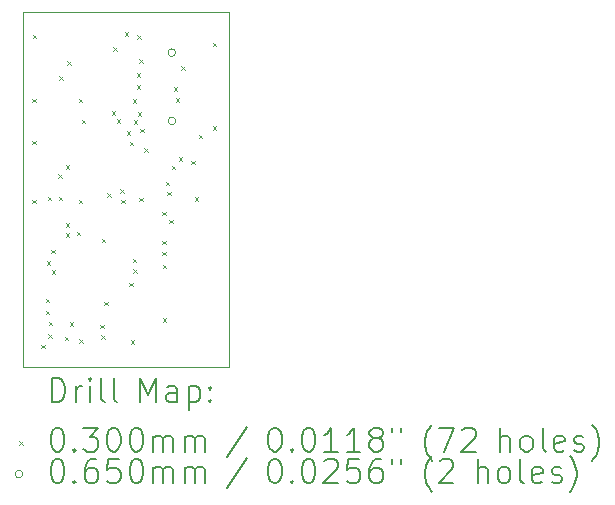
<source format=gbr>
%TF.GenerationSoftware,KiCad,Pcbnew,(7.0.0)*%
%TF.CreationDate,2023-02-27T05:24:17-06:00*%
%TF.ProjectId,esp32-c3-vesc-express-gh_connectors,65737033-322d-4633-932d-766573632d65,rev?*%
%TF.SameCoordinates,Original*%
%TF.FileFunction,Drillmap*%
%TF.FilePolarity,Positive*%
%FSLAX45Y45*%
G04 Gerber Fmt 4.5, Leading zero omitted, Abs format (unit mm)*
G04 Created by KiCad (PCBNEW (7.0.0)) date 2023-02-27 05:24:17*
%MOMM*%
%LPD*%
G01*
G04 APERTURE LIST*
%ADD10C,0.100000*%
%ADD11C,0.200000*%
%ADD12C,0.030000*%
%ADD13C,0.065000*%
G04 APERTURE END LIST*
D10*
X13475000Y-7000000D02*
X15220000Y-7000000D01*
X15220000Y-7000000D02*
X15220000Y-10000000D01*
X15220000Y-10000000D02*
X13475000Y-10000000D01*
X13475000Y-10000000D02*
X13475000Y-7000000D01*
D11*
D12*
X13550000Y-7730000D02*
X13580000Y-7760000D01*
X13580000Y-7730000D02*
X13550000Y-7760000D01*
X13550000Y-8085000D02*
X13580000Y-8115000D01*
X13580000Y-8085000D02*
X13550000Y-8115000D01*
X13550000Y-8585000D02*
X13580000Y-8615000D01*
X13580000Y-8585000D02*
X13550000Y-8615000D01*
X13555000Y-7190000D02*
X13585000Y-7220000D01*
X13585000Y-7190000D02*
X13555000Y-7220000D01*
X13625000Y-9815000D02*
X13655000Y-9845000D01*
X13655000Y-9815000D02*
X13625000Y-9845000D01*
X13665000Y-9425000D02*
X13695000Y-9455000D01*
X13695000Y-9425000D02*
X13665000Y-9455000D01*
X13665000Y-9525000D02*
X13695000Y-9555000D01*
X13695000Y-9525000D02*
X13665000Y-9555000D01*
X13675000Y-9105000D02*
X13705000Y-9135000D01*
X13705000Y-9105000D02*
X13675000Y-9135000D01*
X13680000Y-8560000D02*
X13710000Y-8590000D01*
X13710000Y-8560000D02*
X13680000Y-8590000D01*
X13685000Y-9725000D02*
X13715000Y-9755000D01*
X13715000Y-9725000D02*
X13685000Y-9755000D01*
X13690000Y-9620000D02*
X13720000Y-9650000D01*
X13720000Y-9620000D02*
X13690000Y-9650000D01*
X13710000Y-9010000D02*
X13740000Y-9040000D01*
X13740000Y-9010000D02*
X13710000Y-9040000D01*
X13715000Y-9185000D02*
X13745000Y-9215000D01*
X13745000Y-9185000D02*
X13715000Y-9215000D01*
X13770000Y-8370000D02*
X13800000Y-8400000D01*
X13800000Y-8370000D02*
X13770000Y-8400000D01*
X13775000Y-8560000D02*
X13805000Y-8590000D01*
X13805000Y-8560000D02*
X13775000Y-8590000D01*
X13780000Y-7540000D02*
X13810000Y-7570000D01*
X13810000Y-7540000D02*
X13780000Y-7570000D01*
X13825000Y-9745000D02*
X13855000Y-9775000D01*
X13855000Y-9745000D02*
X13825000Y-9775000D01*
X13835000Y-8295000D02*
X13865000Y-8325000D01*
X13865000Y-8295000D02*
X13835000Y-8325000D01*
X13835000Y-8785000D02*
X13865000Y-8815000D01*
X13865000Y-8785000D02*
X13835000Y-8815000D01*
X13835000Y-8870000D02*
X13865000Y-8900000D01*
X13865000Y-8870000D02*
X13835000Y-8900000D01*
X13845000Y-7415000D02*
X13875000Y-7445000D01*
X13875000Y-7415000D02*
X13845000Y-7445000D01*
X13870000Y-9625191D02*
X13900000Y-9655191D01*
X13900000Y-9625191D02*
X13870000Y-9655191D01*
X13925726Y-8854947D02*
X13955726Y-8884947D01*
X13955726Y-8854947D02*
X13925726Y-8884947D01*
X13944950Y-8585050D02*
X13974950Y-8615050D01*
X13974950Y-8585050D02*
X13944950Y-8615050D01*
X13945000Y-7730000D02*
X13975000Y-7760000D01*
X13975000Y-7730000D02*
X13945000Y-7760000D01*
X13950000Y-9765000D02*
X13980000Y-9795000D01*
X13980000Y-9765000D02*
X13950000Y-9795000D01*
X13970000Y-7910000D02*
X14000000Y-7940000D01*
X14000000Y-7910000D02*
X13970000Y-7940000D01*
X14125000Y-9645000D02*
X14155000Y-9675000D01*
X14155000Y-9645000D02*
X14125000Y-9675000D01*
X14132550Y-9735000D02*
X14162550Y-9765000D01*
X14162550Y-9735000D02*
X14132550Y-9765000D01*
X14140000Y-8915050D02*
X14170000Y-8945050D01*
X14170000Y-8915050D02*
X14140000Y-8945050D01*
X14160000Y-9450000D02*
X14190000Y-9480000D01*
X14190000Y-9450000D02*
X14160000Y-9480000D01*
X14186537Y-8531538D02*
X14216537Y-8561538D01*
X14216537Y-8531538D02*
X14186537Y-8561538D01*
X14225000Y-7835000D02*
X14255000Y-7865000D01*
X14255000Y-7835000D02*
X14225000Y-7865000D01*
X14235000Y-7295000D02*
X14265000Y-7325000D01*
X14265000Y-7295000D02*
X14235000Y-7325000D01*
X14265000Y-7905000D02*
X14295000Y-7935000D01*
X14295000Y-7905000D02*
X14265000Y-7935000D01*
X14295000Y-8495000D02*
X14325000Y-8525000D01*
X14325000Y-8495000D02*
X14295000Y-8525000D01*
X14305000Y-8585050D02*
X14335000Y-8615050D01*
X14335000Y-8585050D02*
X14305000Y-8615050D01*
X14335000Y-7170000D02*
X14365000Y-7200000D01*
X14365000Y-7170000D02*
X14335000Y-7200000D01*
X14350000Y-8005000D02*
X14380000Y-8035000D01*
X14380000Y-8005000D02*
X14350000Y-8035000D01*
X14370000Y-9290000D02*
X14400000Y-9320000D01*
X14400000Y-9290000D02*
X14370000Y-9320000D01*
X14375000Y-8095000D02*
X14405000Y-8125000D01*
X14405000Y-8095000D02*
X14375000Y-8125000D01*
X14385000Y-9775000D02*
X14415000Y-9805000D01*
X14415000Y-9775000D02*
X14385000Y-9805000D01*
X14400000Y-7735000D02*
X14430000Y-7765000D01*
X14430000Y-7735000D02*
X14400000Y-7765000D01*
X14400000Y-9085000D02*
X14430000Y-9115000D01*
X14430000Y-9085000D02*
X14400000Y-9115000D01*
X14405000Y-9175000D02*
X14435000Y-9205000D01*
X14435000Y-9175000D02*
X14405000Y-9205000D01*
X14410000Y-7915000D02*
X14440000Y-7945000D01*
X14440000Y-7915000D02*
X14410000Y-7945000D01*
X14435000Y-7515000D02*
X14465000Y-7545000D01*
X14465000Y-7515000D02*
X14435000Y-7545000D01*
X14435000Y-7615000D02*
X14465000Y-7645000D01*
X14465000Y-7615000D02*
X14435000Y-7645000D01*
X14440000Y-7195000D02*
X14470000Y-7225000D01*
X14470000Y-7195000D02*
X14440000Y-7225000D01*
X14445050Y-7843142D02*
X14475050Y-7873142D01*
X14475050Y-7843142D02*
X14445050Y-7873142D01*
X14455000Y-7395000D02*
X14485000Y-7425000D01*
X14485000Y-7395000D02*
X14455000Y-7425000D01*
X14455000Y-8570000D02*
X14485000Y-8600000D01*
X14485000Y-8570000D02*
X14455000Y-8600000D01*
X14465000Y-7985000D02*
X14495000Y-8015000D01*
X14495000Y-7985000D02*
X14465000Y-8015000D01*
X14500000Y-8150000D02*
X14530000Y-8180000D01*
X14530000Y-8150000D02*
X14500000Y-8180000D01*
X14650000Y-9025000D02*
X14680000Y-9055000D01*
X14680000Y-9025000D02*
X14650000Y-9055000D01*
X14651804Y-8687978D02*
X14681804Y-8717978D01*
X14681804Y-8687978D02*
X14651804Y-8717978D01*
X14653407Y-8933741D02*
X14683407Y-8963741D01*
X14683407Y-8933741D02*
X14653407Y-8963741D01*
X14655000Y-9135000D02*
X14685000Y-9165000D01*
X14685000Y-9135000D02*
X14655000Y-9165000D01*
X14655000Y-9590000D02*
X14685000Y-9620000D01*
X14685000Y-9590000D02*
X14655000Y-9620000D01*
X14679926Y-8434950D02*
X14709926Y-8464950D01*
X14709926Y-8434950D02*
X14679926Y-8464950D01*
X14691484Y-8518602D02*
X14721484Y-8548602D01*
X14721484Y-8518602D02*
X14691484Y-8548602D01*
X14710000Y-8755000D02*
X14740000Y-8785000D01*
X14740000Y-8755000D02*
X14710000Y-8785000D01*
X14730000Y-8300000D02*
X14760000Y-8330000D01*
X14760000Y-8300000D02*
X14730000Y-8330000D01*
X14750000Y-7635000D02*
X14780000Y-7665000D01*
X14780000Y-7635000D02*
X14750000Y-7665000D01*
X14765000Y-7725000D02*
X14795000Y-7755000D01*
X14795000Y-7725000D02*
X14765000Y-7755000D01*
X14790000Y-8225000D02*
X14820000Y-8255000D01*
X14820000Y-8225000D02*
X14790000Y-8255000D01*
X14810000Y-7455000D02*
X14840000Y-7485000D01*
X14840000Y-7455000D02*
X14810000Y-7485000D01*
X14895000Y-8255000D02*
X14925000Y-8285000D01*
X14925000Y-8255000D02*
X14895000Y-8285000D01*
X14925050Y-8564681D02*
X14955050Y-8594681D01*
X14955050Y-8564681D02*
X14925050Y-8594681D01*
X14960000Y-8035000D02*
X14990000Y-8065000D01*
X14990000Y-8035000D02*
X14960000Y-8065000D01*
X15080000Y-7255000D02*
X15110000Y-7285000D01*
X15110000Y-7255000D02*
X15080000Y-7285000D01*
X15080000Y-7965000D02*
X15110000Y-7995000D01*
X15110000Y-7965000D02*
X15080000Y-7995000D01*
D13*
X14765250Y-7341000D02*
G75*
G03*
X14765250Y-7341000I-32500J0D01*
G01*
X14765250Y-7919000D02*
G75*
G03*
X14765250Y-7919000I-32500J0D01*
G01*
D11*
X13717619Y-10298476D02*
X13717619Y-10098476D01*
X13717619Y-10098476D02*
X13765238Y-10098476D01*
X13765238Y-10098476D02*
X13793809Y-10108000D01*
X13793809Y-10108000D02*
X13812857Y-10127048D01*
X13812857Y-10127048D02*
X13822381Y-10146095D01*
X13822381Y-10146095D02*
X13831905Y-10184190D01*
X13831905Y-10184190D02*
X13831905Y-10212762D01*
X13831905Y-10212762D02*
X13822381Y-10250857D01*
X13822381Y-10250857D02*
X13812857Y-10269905D01*
X13812857Y-10269905D02*
X13793809Y-10288952D01*
X13793809Y-10288952D02*
X13765238Y-10298476D01*
X13765238Y-10298476D02*
X13717619Y-10298476D01*
X13917619Y-10298476D02*
X13917619Y-10165143D01*
X13917619Y-10203238D02*
X13927143Y-10184190D01*
X13927143Y-10184190D02*
X13936667Y-10174667D01*
X13936667Y-10174667D02*
X13955714Y-10165143D01*
X13955714Y-10165143D02*
X13974762Y-10165143D01*
X14041428Y-10298476D02*
X14041428Y-10165143D01*
X14041428Y-10098476D02*
X14031905Y-10108000D01*
X14031905Y-10108000D02*
X14041428Y-10117524D01*
X14041428Y-10117524D02*
X14050952Y-10108000D01*
X14050952Y-10108000D02*
X14041428Y-10098476D01*
X14041428Y-10098476D02*
X14041428Y-10117524D01*
X14165238Y-10298476D02*
X14146190Y-10288952D01*
X14146190Y-10288952D02*
X14136667Y-10269905D01*
X14136667Y-10269905D02*
X14136667Y-10098476D01*
X14270000Y-10298476D02*
X14250952Y-10288952D01*
X14250952Y-10288952D02*
X14241428Y-10269905D01*
X14241428Y-10269905D02*
X14241428Y-10098476D01*
X14466190Y-10298476D02*
X14466190Y-10098476D01*
X14466190Y-10098476D02*
X14532857Y-10241333D01*
X14532857Y-10241333D02*
X14599524Y-10098476D01*
X14599524Y-10098476D02*
X14599524Y-10298476D01*
X14780476Y-10298476D02*
X14780476Y-10193714D01*
X14780476Y-10193714D02*
X14770952Y-10174667D01*
X14770952Y-10174667D02*
X14751905Y-10165143D01*
X14751905Y-10165143D02*
X14713809Y-10165143D01*
X14713809Y-10165143D02*
X14694762Y-10174667D01*
X14780476Y-10288952D02*
X14761428Y-10298476D01*
X14761428Y-10298476D02*
X14713809Y-10298476D01*
X14713809Y-10298476D02*
X14694762Y-10288952D01*
X14694762Y-10288952D02*
X14685238Y-10269905D01*
X14685238Y-10269905D02*
X14685238Y-10250857D01*
X14685238Y-10250857D02*
X14694762Y-10231810D01*
X14694762Y-10231810D02*
X14713809Y-10222286D01*
X14713809Y-10222286D02*
X14761428Y-10222286D01*
X14761428Y-10222286D02*
X14780476Y-10212762D01*
X14875714Y-10165143D02*
X14875714Y-10365143D01*
X14875714Y-10174667D02*
X14894762Y-10165143D01*
X14894762Y-10165143D02*
X14932857Y-10165143D01*
X14932857Y-10165143D02*
X14951905Y-10174667D01*
X14951905Y-10174667D02*
X14961428Y-10184190D01*
X14961428Y-10184190D02*
X14970952Y-10203238D01*
X14970952Y-10203238D02*
X14970952Y-10260381D01*
X14970952Y-10260381D02*
X14961428Y-10279429D01*
X14961428Y-10279429D02*
X14951905Y-10288952D01*
X14951905Y-10288952D02*
X14932857Y-10298476D01*
X14932857Y-10298476D02*
X14894762Y-10298476D01*
X14894762Y-10298476D02*
X14875714Y-10288952D01*
X15056667Y-10279429D02*
X15066190Y-10288952D01*
X15066190Y-10288952D02*
X15056667Y-10298476D01*
X15056667Y-10298476D02*
X15047143Y-10288952D01*
X15047143Y-10288952D02*
X15056667Y-10279429D01*
X15056667Y-10279429D02*
X15056667Y-10298476D01*
X15056667Y-10174667D02*
X15066190Y-10184190D01*
X15066190Y-10184190D02*
X15056667Y-10193714D01*
X15056667Y-10193714D02*
X15047143Y-10184190D01*
X15047143Y-10184190D02*
X15056667Y-10174667D01*
X15056667Y-10174667D02*
X15056667Y-10193714D01*
D12*
X13440000Y-10630000D02*
X13470000Y-10660000D01*
X13470000Y-10630000D02*
X13440000Y-10660000D01*
D11*
X13755714Y-10518476D02*
X13774762Y-10518476D01*
X13774762Y-10518476D02*
X13793809Y-10528000D01*
X13793809Y-10528000D02*
X13803333Y-10537524D01*
X13803333Y-10537524D02*
X13812857Y-10556571D01*
X13812857Y-10556571D02*
X13822381Y-10594667D01*
X13822381Y-10594667D02*
X13822381Y-10642286D01*
X13822381Y-10642286D02*
X13812857Y-10680381D01*
X13812857Y-10680381D02*
X13803333Y-10699429D01*
X13803333Y-10699429D02*
X13793809Y-10708952D01*
X13793809Y-10708952D02*
X13774762Y-10718476D01*
X13774762Y-10718476D02*
X13755714Y-10718476D01*
X13755714Y-10718476D02*
X13736667Y-10708952D01*
X13736667Y-10708952D02*
X13727143Y-10699429D01*
X13727143Y-10699429D02*
X13717619Y-10680381D01*
X13717619Y-10680381D02*
X13708095Y-10642286D01*
X13708095Y-10642286D02*
X13708095Y-10594667D01*
X13708095Y-10594667D02*
X13717619Y-10556571D01*
X13717619Y-10556571D02*
X13727143Y-10537524D01*
X13727143Y-10537524D02*
X13736667Y-10528000D01*
X13736667Y-10528000D02*
X13755714Y-10518476D01*
X13908095Y-10699429D02*
X13917619Y-10708952D01*
X13917619Y-10708952D02*
X13908095Y-10718476D01*
X13908095Y-10718476D02*
X13898571Y-10708952D01*
X13898571Y-10708952D02*
X13908095Y-10699429D01*
X13908095Y-10699429D02*
X13908095Y-10718476D01*
X13984286Y-10518476D02*
X14108095Y-10518476D01*
X14108095Y-10518476D02*
X14041428Y-10594667D01*
X14041428Y-10594667D02*
X14070000Y-10594667D01*
X14070000Y-10594667D02*
X14089048Y-10604190D01*
X14089048Y-10604190D02*
X14098571Y-10613714D01*
X14098571Y-10613714D02*
X14108095Y-10632762D01*
X14108095Y-10632762D02*
X14108095Y-10680381D01*
X14108095Y-10680381D02*
X14098571Y-10699429D01*
X14098571Y-10699429D02*
X14089048Y-10708952D01*
X14089048Y-10708952D02*
X14070000Y-10718476D01*
X14070000Y-10718476D02*
X14012857Y-10718476D01*
X14012857Y-10718476D02*
X13993809Y-10708952D01*
X13993809Y-10708952D02*
X13984286Y-10699429D01*
X14231905Y-10518476D02*
X14250952Y-10518476D01*
X14250952Y-10518476D02*
X14270000Y-10528000D01*
X14270000Y-10528000D02*
X14279524Y-10537524D01*
X14279524Y-10537524D02*
X14289048Y-10556571D01*
X14289048Y-10556571D02*
X14298571Y-10594667D01*
X14298571Y-10594667D02*
X14298571Y-10642286D01*
X14298571Y-10642286D02*
X14289048Y-10680381D01*
X14289048Y-10680381D02*
X14279524Y-10699429D01*
X14279524Y-10699429D02*
X14270000Y-10708952D01*
X14270000Y-10708952D02*
X14250952Y-10718476D01*
X14250952Y-10718476D02*
X14231905Y-10718476D01*
X14231905Y-10718476D02*
X14212857Y-10708952D01*
X14212857Y-10708952D02*
X14203333Y-10699429D01*
X14203333Y-10699429D02*
X14193809Y-10680381D01*
X14193809Y-10680381D02*
X14184286Y-10642286D01*
X14184286Y-10642286D02*
X14184286Y-10594667D01*
X14184286Y-10594667D02*
X14193809Y-10556571D01*
X14193809Y-10556571D02*
X14203333Y-10537524D01*
X14203333Y-10537524D02*
X14212857Y-10528000D01*
X14212857Y-10528000D02*
X14231905Y-10518476D01*
X14422381Y-10518476D02*
X14441429Y-10518476D01*
X14441429Y-10518476D02*
X14460476Y-10528000D01*
X14460476Y-10528000D02*
X14470000Y-10537524D01*
X14470000Y-10537524D02*
X14479524Y-10556571D01*
X14479524Y-10556571D02*
X14489048Y-10594667D01*
X14489048Y-10594667D02*
X14489048Y-10642286D01*
X14489048Y-10642286D02*
X14479524Y-10680381D01*
X14479524Y-10680381D02*
X14470000Y-10699429D01*
X14470000Y-10699429D02*
X14460476Y-10708952D01*
X14460476Y-10708952D02*
X14441429Y-10718476D01*
X14441429Y-10718476D02*
X14422381Y-10718476D01*
X14422381Y-10718476D02*
X14403333Y-10708952D01*
X14403333Y-10708952D02*
X14393809Y-10699429D01*
X14393809Y-10699429D02*
X14384286Y-10680381D01*
X14384286Y-10680381D02*
X14374762Y-10642286D01*
X14374762Y-10642286D02*
X14374762Y-10594667D01*
X14374762Y-10594667D02*
X14384286Y-10556571D01*
X14384286Y-10556571D02*
X14393809Y-10537524D01*
X14393809Y-10537524D02*
X14403333Y-10528000D01*
X14403333Y-10528000D02*
X14422381Y-10518476D01*
X14574762Y-10718476D02*
X14574762Y-10585143D01*
X14574762Y-10604190D02*
X14584286Y-10594667D01*
X14584286Y-10594667D02*
X14603333Y-10585143D01*
X14603333Y-10585143D02*
X14631905Y-10585143D01*
X14631905Y-10585143D02*
X14650952Y-10594667D01*
X14650952Y-10594667D02*
X14660476Y-10613714D01*
X14660476Y-10613714D02*
X14660476Y-10718476D01*
X14660476Y-10613714D02*
X14670000Y-10594667D01*
X14670000Y-10594667D02*
X14689048Y-10585143D01*
X14689048Y-10585143D02*
X14717619Y-10585143D01*
X14717619Y-10585143D02*
X14736667Y-10594667D01*
X14736667Y-10594667D02*
X14746190Y-10613714D01*
X14746190Y-10613714D02*
X14746190Y-10718476D01*
X14841429Y-10718476D02*
X14841429Y-10585143D01*
X14841429Y-10604190D02*
X14850952Y-10594667D01*
X14850952Y-10594667D02*
X14870000Y-10585143D01*
X14870000Y-10585143D02*
X14898571Y-10585143D01*
X14898571Y-10585143D02*
X14917619Y-10594667D01*
X14917619Y-10594667D02*
X14927143Y-10613714D01*
X14927143Y-10613714D02*
X14927143Y-10718476D01*
X14927143Y-10613714D02*
X14936667Y-10594667D01*
X14936667Y-10594667D02*
X14955714Y-10585143D01*
X14955714Y-10585143D02*
X14984286Y-10585143D01*
X14984286Y-10585143D02*
X15003333Y-10594667D01*
X15003333Y-10594667D02*
X15012857Y-10613714D01*
X15012857Y-10613714D02*
X15012857Y-10718476D01*
X15370952Y-10508952D02*
X15199524Y-10766095D01*
X15595714Y-10518476D02*
X15614762Y-10518476D01*
X15614762Y-10518476D02*
X15633810Y-10528000D01*
X15633810Y-10528000D02*
X15643333Y-10537524D01*
X15643333Y-10537524D02*
X15652857Y-10556571D01*
X15652857Y-10556571D02*
X15662381Y-10594667D01*
X15662381Y-10594667D02*
X15662381Y-10642286D01*
X15662381Y-10642286D02*
X15652857Y-10680381D01*
X15652857Y-10680381D02*
X15643333Y-10699429D01*
X15643333Y-10699429D02*
X15633810Y-10708952D01*
X15633810Y-10708952D02*
X15614762Y-10718476D01*
X15614762Y-10718476D02*
X15595714Y-10718476D01*
X15595714Y-10718476D02*
X15576667Y-10708952D01*
X15576667Y-10708952D02*
X15567143Y-10699429D01*
X15567143Y-10699429D02*
X15557619Y-10680381D01*
X15557619Y-10680381D02*
X15548095Y-10642286D01*
X15548095Y-10642286D02*
X15548095Y-10594667D01*
X15548095Y-10594667D02*
X15557619Y-10556571D01*
X15557619Y-10556571D02*
X15567143Y-10537524D01*
X15567143Y-10537524D02*
X15576667Y-10528000D01*
X15576667Y-10528000D02*
X15595714Y-10518476D01*
X15748095Y-10699429D02*
X15757619Y-10708952D01*
X15757619Y-10708952D02*
X15748095Y-10718476D01*
X15748095Y-10718476D02*
X15738571Y-10708952D01*
X15738571Y-10708952D02*
X15748095Y-10699429D01*
X15748095Y-10699429D02*
X15748095Y-10718476D01*
X15881429Y-10518476D02*
X15900476Y-10518476D01*
X15900476Y-10518476D02*
X15919524Y-10528000D01*
X15919524Y-10528000D02*
X15929048Y-10537524D01*
X15929048Y-10537524D02*
X15938571Y-10556571D01*
X15938571Y-10556571D02*
X15948095Y-10594667D01*
X15948095Y-10594667D02*
X15948095Y-10642286D01*
X15948095Y-10642286D02*
X15938571Y-10680381D01*
X15938571Y-10680381D02*
X15929048Y-10699429D01*
X15929048Y-10699429D02*
X15919524Y-10708952D01*
X15919524Y-10708952D02*
X15900476Y-10718476D01*
X15900476Y-10718476D02*
X15881429Y-10718476D01*
X15881429Y-10718476D02*
X15862381Y-10708952D01*
X15862381Y-10708952D02*
X15852857Y-10699429D01*
X15852857Y-10699429D02*
X15843333Y-10680381D01*
X15843333Y-10680381D02*
X15833810Y-10642286D01*
X15833810Y-10642286D02*
X15833810Y-10594667D01*
X15833810Y-10594667D02*
X15843333Y-10556571D01*
X15843333Y-10556571D02*
X15852857Y-10537524D01*
X15852857Y-10537524D02*
X15862381Y-10528000D01*
X15862381Y-10528000D02*
X15881429Y-10518476D01*
X16138571Y-10718476D02*
X16024286Y-10718476D01*
X16081429Y-10718476D02*
X16081429Y-10518476D01*
X16081429Y-10518476D02*
X16062381Y-10547048D01*
X16062381Y-10547048D02*
X16043333Y-10566095D01*
X16043333Y-10566095D02*
X16024286Y-10575619D01*
X16329048Y-10718476D02*
X16214762Y-10718476D01*
X16271905Y-10718476D02*
X16271905Y-10518476D01*
X16271905Y-10518476D02*
X16252857Y-10547048D01*
X16252857Y-10547048D02*
X16233810Y-10566095D01*
X16233810Y-10566095D02*
X16214762Y-10575619D01*
X16443333Y-10604190D02*
X16424286Y-10594667D01*
X16424286Y-10594667D02*
X16414762Y-10585143D01*
X16414762Y-10585143D02*
X16405238Y-10566095D01*
X16405238Y-10566095D02*
X16405238Y-10556571D01*
X16405238Y-10556571D02*
X16414762Y-10537524D01*
X16414762Y-10537524D02*
X16424286Y-10528000D01*
X16424286Y-10528000D02*
X16443333Y-10518476D01*
X16443333Y-10518476D02*
X16481429Y-10518476D01*
X16481429Y-10518476D02*
X16500476Y-10528000D01*
X16500476Y-10528000D02*
X16510000Y-10537524D01*
X16510000Y-10537524D02*
X16519524Y-10556571D01*
X16519524Y-10556571D02*
X16519524Y-10566095D01*
X16519524Y-10566095D02*
X16510000Y-10585143D01*
X16510000Y-10585143D02*
X16500476Y-10594667D01*
X16500476Y-10594667D02*
X16481429Y-10604190D01*
X16481429Y-10604190D02*
X16443333Y-10604190D01*
X16443333Y-10604190D02*
X16424286Y-10613714D01*
X16424286Y-10613714D02*
X16414762Y-10623238D01*
X16414762Y-10623238D02*
X16405238Y-10642286D01*
X16405238Y-10642286D02*
X16405238Y-10680381D01*
X16405238Y-10680381D02*
X16414762Y-10699429D01*
X16414762Y-10699429D02*
X16424286Y-10708952D01*
X16424286Y-10708952D02*
X16443333Y-10718476D01*
X16443333Y-10718476D02*
X16481429Y-10718476D01*
X16481429Y-10718476D02*
X16500476Y-10708952D01*
X16500476Y-10708952D02*
X16510000Y-10699429D01*
X16510000Y-10699429D02*
X16519524Y-10680381D01*
X16519524Y-10680381D02*
X16519524Y-10642286D01*
X16519524Y-10642286D02*
X16510000Y-10623238D01*
X16510000Y-10623238D02*
X16500476Y-10613714D01*
X16500476Y-10613714D02*
X16481429Y-10604190D01*
X16595714Y-10518476D02*
X16595714Y-10556571D01*
X16671905Y-10518476D02*
X16671905Y-10556571D01*
X16934762Y-10794667D02*
X16925238Y-10785143D01*
X16925238Y-10785143D02*
X16906191Y-10756571D01*
X16906191Y-10756571D02*
X16896667Y-10737524D01*
X16896667Y-10737524D02*
X16887143Y-10708952D01*
X16887143Y-10708952D02*
X16877619Y-10661333D01*
X16877619Y-10661333D02*
X16877619Y-10623238D01*
X16877619Y-10623238D02*
X16887143Y-10575619D01*
X16887143Y-10575619D02*
X16896667Y-10547048D01*
X16896667Y-10547048D02*
X16906191Y-10528000D01*
X16906191Y-10528000D02*
X16925238Y-10499429D01*
X16925238Y-10499429D02*
X16934762Y-10489905D01*
X16991905Y-10518476D02*
X17125238Y-10518476D01*
X17125238Y-10518476D02*
X17039524Y-10718476D01*
X17191905Y-10537524D02*
X17201429Y-10528000D01*
X17201429Y-10528000D02*
X17220476Y-10518476D01*
X17220476Y-10518476D02*
X17268095Y-10518476D01*
X17268095Y-10518476D02*
X17287143Y-10528000D01*
X17287143Y-10528000D02*
X17296667Y-10537524D01*
X17296667Y-10537524D02*
X17306191Y-10556571D01*
X17306191Y-10556571D02*
X17306191Y-10575619D01*
X17306191Y-10575619D02*
X17296667Y-10604190D01*
X17296667Y-10604190D02*
X17182381Y-10718476D01*
X17182381Y-10718476D02*
X17306191Y-10718476D01*
X17511905Y-10718476D02*
X17511905Y-10518476D01*
X17597619Y-10718476D02*
X17597619Y-10613714D01*
X17597619Y-10613714D02*
X17588095Y-10594667D01*
X17588095Y-10594667D02*
X17569048Y-10585143D01*
X17569048Y-10585143D02*
X17540476Y-10585143D01*
X17540476Y-10585143D02*
X17521429Y-10594667D01*
X17521429Y-10594667D02*
X17511905Y-10604190D01*
X17721429Y-10718476D02*
X17702381Y-10708952D01*
X17702381Y-10708952D02*
X17692857Y-10699429D01*
X17692857Y-10699429D02*
X17683334Y-10680381D01*
X17683334Y-10680381D02*
X17683334Y-10623238D01*
X17683334Y-10623238D02*
X17692857Y-10604190D01*
X17692857Y-10604190D02*
X17702381Y-10594667D01*
X17702381Y-10594667D02*
X17721429Y-10585143D01*
X17721429Y-10585143D02*
X17750000Y-10585143D01*
X17750000Y-10585143D02*
X17769048Y-10594667D01*
X17769048Y-10594667D02*
X17778572Y-10604190D01*
X17778572Y-10604190D02*
X17788095Y-10623238D01*
X17788095Y-10623238D02*
X17788095Y-10680381D01*
X17788095Y-10680381D02*
X17778572Y-10699429D01*
X17778572Y-10699429D02*
X17769048Y-10708952D01*
X17769048Y-10708952D02*
X17750000Y-10718476D01*
X17750000Y-10718476D02*
X17721429Y-10718476D01*
X17902381Y-10718476D02*
X17883334Y-10708952D01*
X17883334Y-10708952D02*
X17873810Y-10689905D01*
X17873810Y-10689905D02*
X17873810Y-10518476D01*
X18054762Y-10708952D02*
X18035715Y-10718476D01*
X18035715Y-10718476D02*
X17997619Y-10718476D01*
X17997619Y-10718476D02*
X17978572Y-10708952D01*
X17978572Y-10708952D02*
X17969048Y-10689905D01*
X17969048Y-10689905D02*
X17969048Y-10613714D01*
X17969048Y-10613714D02*
X17978572Y-10594667D01*
X17978572Y-10594667D02*
X17997619Y-10585143D01*
X17997619Y-10585143D02*
X18035715Y-10585143D01*
X18035715Y-10585143D02*
X18054762Y-10594667D01*
X18054762Y-10594667D02*
X18064286Y-10613714D01*
X18064286Y-10613714D02*
X18064286Y-10632762D01*
X18064286Y-10632762D02*
X17969048Y-10651810D01*
X18140476Y-10708952D02*
X18159524Y-10718476D01*
X18159524Y-10718476D02*
X18197619Y-10718476D01*
X18197619Y-10718476D02*
X18216667Y-10708952D01*
X18216667Y-10708952D02*
X18226191Y-10689905D01*
X18226191Y-10689905D02*
X18226191Y-10680381D01*
X18226191Y-10680381D02*
X18216667Y-10661333D01*
X18216667Y-10661333D02*
X18197619Y-10651810D01*
X18197619Y-10651810D02*
X18169048Y-10651810D01*
X18169048Y-10651810D02*
X18150000Y-10642286D01*
X18150000Y-10642286D02*
X18140476Y-10623238D01*
X18140476Y-10623238D02*
X18140476Y-10613714D01*
X18140476Y-10613714D02*
X18150000Y-10594667D01*
X18150000Y-10594667D02*
X18169048Y-10585143D01*
X18169048Y-10585143D02*
X18197619Y-10585143D01*
X18197619Y-10585143D02*
X18216667Y-10594667D01*
X18292857Y-10794667D02*
X18302381Y-10785143D01*
X18302381Y-10785143D02*
X18321429Y-10756571D01*
X18321429Y-10756571D02*
X18330953Y-10737524D01*
X18330953Y-10737524D02*
X18340476Y-10708952D01*
X18340476Y-10708952D02*
X18350000Y-10661333D01*
X18350000Y-10661333D02*
X18350000Y-10623238D01*
X18350000Y-10623238D02*
X18340476Y-10575619D01*
X18340476Y-10575619D02*
X18330953Y-10547048D01*
X18330953Y-10547048D02*
X18321429Y-10528000D01*
X18321429Y-10528000D02*
X18302381Y-10499429D01*
X18302381Y-10499429D02*
X18292857Y-10489905D01*
D13*
X13470000Y-10909000D02*
G75*
G03*
X13470000Y-10909000I-32500J0D01*
G01*
D11*
X13755714Y-10782476D02*
X13774762Y-10782476D01*
X13774762Y-10782476D02*
X13793809Y-10792000D01*
X13793809Y-10792000D02*
X13803333Y-10801524D01*
X13803333Y-10801524D02*
X13812857Y-10820571D01*
X13812857Y-10820571D02*
X13822381Y-10858667D01*
X13822381Y-10858667D02*
X13822381Y-10906286D01*
X13822381Y-10906286D02*
X13812857Y-10944381D01*
X13812857Y-10944381D02*
X13803333Y-10963429D01*
X13803333Y-10963429D02*
X13793809Y-10972952D01*
X13793809Y-10972952D02*
X13774762Y-10982476D01*
X13774762Y-10982476D02*
X13755714Y-10982476D01*
X13755714Y-10982476D02*
X13736667Y-10972952D01*
X13736667Y-10972952D02*
X13727143Y-10963429D01*
X13727143Y-10963429D02*
X13717619Y-10944381D01*
X13717619Y-10944381D02*
X13708095Y-10906286D01*
X13708095Y-10906286D02*
X13708095Y-10858667D01*
X13708095Y-10858667D02*
X13717619Y-10820571D01*
X13717619Y-10820571D02*
X13727143Y-10801524D01*
X13727143Y-10801524D02*
X13736667Y-10792000D01*
X13736667Y-10792000D02*
X13755714Y-10782476D01*
X13908095Y-10963429D02*
X13917619Y-10972952D01*
X13917619Y-10972952D02*
X13908095Y-10982476D01*
X13908095Y-10982476D02*
X13898571Y-10972952D01*
X13898571Y-10972952D02*
X13908095Y-10963429D01*
X13908095Y-10963429D02*
X13908095Y-10982476D01*
X14089048Y-10782476D02*
X14050952Y-10782476D01*
X14050952Y-10782476D02*
X14031905Y-10792000D01*
X14031905Y-10792000D02*
X14022381Y-10801524D01*
X14022381Y-10801524D02*
X14003333Y-10830095D01*
X14003333Y-10830095D02*
X13993809Y-10868190D01*
X13993809Y-10868190D02*
X13993809Y-10944381D01*
X13993809Y-10944381D02*
X14003333Y-10963429D01*
X14003333Y-10963429D02*
X14012857Y-10972952D01*
X14012857Y-10972952D02*
X14031905Y-10982476D01*
X14031905Y-10982476D02*
X14070000Y-10982476D01*
X14070000Y-10982476D02*
X14089048Y-10972952D01*
X14089048Y-10972952D02*
X14098571Y-10963429D01*
X14098571Y-10963429D02*
X14108095Y-10944381D01*
X14108095Y-10944381D02*
X14108095Y-10896762D01*
X14108095Y-10896762D02*
X14098571Y-10877714D01*
X14098571Y-10877714D02*
X14089048Y-10868190D01*
X14089048Y-10868190D02*
X14070000Y-10858667D01*
X14070000Y-10858667D02*
X14031905Y-10858667D01*
X14031905Y-10858667D02*
X14012857Y-10868190D01*
X14012857Y-10868190D02*
X14003333Y-10877714D01*
X14003333Y-10877714D02*
X13993809Y-10896762D01*
X14289048Y-10782476D02*
X14193809Y-10782476D01*
X14193809Y-10782476D02*
X14184286Y-10877714D01*
X14184286Y-10877714D02*
X14193809Y-10868190D01*
X14193809Y-10868190D02*
X14212857Y-10858667D01*
X14212857Y-10858667D02*
X14260476Y-10858667D01*
X14260476Y-10858667D02*
X14279524Y-10868190D01*
X14279524Y-10868190D02*
X14289048Y-10877714D01*
X14289048Y-10877714D02*
X14298571Y-10896762D01*
X14298571Y-10896762D02*
X14298571Y-10944381D01*
X14298571Y-10944381D02*
X14289048Y-10963429D01*
X14289048Y-10963429D02*
X14279524Y-10972952D01*
X14279524Y-10972952D02*
X14260476Y-10982476D01*
X14260476Y-10982476D02*
X14212857Y-10982476D01*
X14212857Y-10982476D02*
X14193809Y-10972952D01*
X14193809Y-10972952D02*
X14184286Y-10963429D01*
X14422381Y-10782476D02*
X14441429Y-10782476D01*
X14441429Y-10782476D02*
X14460476Y-10792000D01*
X14460476Y-10792000D02*
X14470000Y-10801524D01*
X14470000Y-10801524D02*
X14479524Y-10820571D01*
X14479524Y-10820571D02*
X14489048Y-10858667D01*
X14489048Y-10858667D02*
X14489048Y-10906286D01*
X14489048Y-10906286D02*
X14479524Y-10944381D01*
X14479524Y-10944381D02*
X14470000Y-10963429D01*
X14470000Y-10963429D02*
X14460476Y-10972952D01*
X14460476Y-10972952D02*
X14441429Y-10982476D01*
X14441429Y-10982476D02*
X14422381Y-10982476D01*
X14422381Y-10982476D02*
X14403333Y-10972952D01*
X14403333Y-10972952D02*
X14393809Y-10963429D01*
X14393809Y-10963429D02*
X14384286Y-10944381D01*
X14384286Y-10944381D02*
X14374762Y-10906286D01*
X14374762Y-10906286D02*
X14374762Y-10858667D01*
X14374762Y-10858667D02*
X14384286Y-10820571D01*
X14384286Y-10820571D02*
X14393809Y-10801524D01*
X14393809Y-10801524D02*
X14403333Y-10792000D01*
X14403333Y-10792000D02*
X14422381Y-10782476D01*
X14574762Y-10982476D02*
X14574762Y-10849143D01*
X14574762Y-10868190D02*
X14584286Y-10858667D01*
X14584286Y-10858667D02*
X14603333Y-10849143D01*
X14603333Y-10849143D02*
X14631905Y-10849143D01*
X14631905Y-10849143D02*
X14650952Y-10858667D01*
X14650952Y-10858667D02*
X14660476Y-10877714D01*
X14660476Y-10877714D02*
X14660476Y-10982476D01*
X14660476Y-10877714D02*
X14670000Y-10858667D01*
X14670000Y-10858667D02*
X14689048Y-10849143D01*
X14689048Y-10849143D02*
X14717619Y-10849143D01*
X14717619Y-10849143D02*
X14736667Y-10858667D01*
X14736667Y-10858667D02*
X14746190Y-10877714D01*
X14746190Y-10877714D02*
X14746190Y-10982476D01*
X14841429Y-10982476D02*
X14841429Y-10849143D01*
X14841429Y-10868190D02*
X14850952Y-10858667D01*
X14850952Y-10858667D02*
X14870000Y-10849143D01*
X14870000Y-10849143D02*
X14898571Y-10849143D01*
X14898571Y-10849143D02*
X14917619Y-10858667D01*
X14917619Y-10858667D02*
X14927143Y-10877714D01*
X14927143Y-10877714D02*
X14927143Y-10982476D01*
X14927143Y-10877714D02*
X14936667Y-10858667D01*
X14936667Y-10858667D02*
X14955714Y-10849143D01*
X14955714Y-10849143D02*
X14984286Y-10849143D01*
X14984286Y-10849143D02*
X15003333Y-10858667D01*
X15003333Y-10858667D02*
X15012857Y-10877714D01*
X15012857Y-10877714D02*
X15012857Y-10982476D01*
X15370952Y-10772952D02*
X15199524Y-11030095D01*
X15595714Y-10782476D02*
X15614762Y-10782476D01*
X15614762Y-10782476D02*
X15633810Y-10792000D01*
X15633810Y-10792000D02*
X15643333Y-10801524D01*
X15643333Y-10801524D02*
X15652857Y-10820571D01*
X15652857Y-10820571D02*
X15662381Y-10858667D01*
X15662381Y-10858667D02*
X15662381Y-10906286D01*
X15662381Y-10906286D02*
X15652857Y-10944381D01*
X15652857Y-10944381D02*
X15643333Y-10963429D01*
X15643333Y-10963429D02*
X15633810Y-10972952D01*
X15633810Y-10972952D02*
X15614762Y-10982476D01*
X15614762Y-10982476D02*
X15595714Y-10982476D01*
X15595714Y-10982476D02*
X15576667Y-10972952D01*
X15576667Y-10972952D02*
X15567143Y-10963429D01*
X15567143Y-10963429D02*
X15557619Y-10944381D01*
X15557619Y-10944381D02*
X15548095Y-10906286D01*
X15548095Y-10906286D02*
X15548095Y-10858667D01*
X15548095Y-10858667D02*
X15557619Y-10820571D01*
X15557619Y-10820571D02*
X15567143Y-10801524D01*
X15567143Y-10801524D02*
X15576667Y-10792000D01*
X15576667Y-10792000D02*
X15595714Y-10782476D01*
X15748095Y-10963429D02*
X15757619Y-10972952D01*
X15757619Y-10972952D02*
X15748095Y-10982476D01*
X15748095Y-10982476D02*
X15738571Y-10972952D01*
X15738571Y-10972952D02*
X15748095Y-10963429D01*
X15748095Y-10963429D02*
X15748095Y-10982476D01*
X15881429Y-10782476D02*
X15900476Y-10782476D01*
X15900476Y-10782476D02*
X15919524Y-10792000D01*
X15919524Y-10792000D02*
X15929048Y-10801524D01*
X15929048Y-10801524D02*
X15938571Y-10820571D01*
X15938571Y-10820571D02*
X15948095Y-10858667D01*
X15948095Y-10858667D02*
X15948095Y-10906286D01*
X15948095Y-10906286D02*
X15938571Y-10944381D01*
X15938571Y-10944381D02*
X15929048Y-10963429D01*
X15929048Y-10963429D02*
X15919524Y-10972952D01*
X15919524Y-10972952D02*
X15900476Y-10982476D01*
X15900476Y-10982476D02*
X15881429Y-10982476D01*
X15881429Y-10982476D02*
X15862381Y-10972952D01*
X15862381Y-10972952D02*
X15852857Y-10963429D01*
X15852857Y-10963429D02*
X15843333Y-10944381D01*
X15843333Y-10944381D02*
X15833810Y-10906286D01*
X15833810Y-10906286D02*
X15833810Y-10858667D01*
X15833810Y-10858667D02*
X15843333Y-10820571D01*
X15843333Y-10820571D02*
X15852857Y-10801524D01*
X15852857Y-10801524D02*
X15862381Y-10792000D01*
X15862381Y-10792000D02*
X15881429Y-10782476D01*
X16024286Y-10801524D02*
X16033810Y-10792000D01*
X16033810Y-10792000D02*
X16052857Y-10782476D01*
X16052857Y-10782476D02*
X16100476Y-10782476D01*
X16100476Y-10782476D02*
X16119524Y-10792000D01*
X16119524Y-10792000D02*
X16129048Y-10801524D01*
X16129048Y-10801524D02*
X16138571Y-10820571D01*
X16138571Y-10820571D02*
X16138571Y-10839619D01*
X16138571Y-10839619D02*
X16129048Y-10868190D01*
X16129048Y-10868190D02*
X16014762Y-10982476D01*
X16014762Y-10982476D02*
X16138571Y-10982476D01*
X16319524Y-10782476D02*
X16224286Y-10782476D01*
X16224286Y-10782476D02*
X16214762Y-10877714D01*
X16214762Y-10877714D02*
X16224286Y-10868190D01*
X16224286Y-10868190D02*
X16243333Y-10858667D01*
X16243333Y-10858667D02*
X16290952Y-10858667D01*
X16290952Y-10858667D02*
X16310000Y-10868190D01*
X16310000Y-10868190D02*
X16319524Y-10877714D01*
X16319524Y-10877714D02*
X16329048Y-10896762D01*
X16329048Y-10896762D02*
X16329048Y-10944381D01*
X16329048Y-10944381D02*
X16319524Y-10963429D01*
X16319524Y-10963429D02*
X16310000Y-10972952D01*
X16310000Y-10972952D02*
X16290952Y-10982476D01*
X16290952Y-10982476D02*
X16243333Y-10982476D01*
X16243333Y-10982476D02*
X16224286Y-10972952D01*
X16224286Y-10972952D02*
X16214762Y-10963429D01*
X16500476Y-10782476D02*
X16462381Y-10782476D01*
X16462381Y-10782476D02*
X16443333Y-10792000D01*
X16443333Y-10792000D02*
X16433810Y-10801524D01*
X16433810Y-10801524D02*
X16414762Y-10830095D01*
X16414762Y-10830095D02*
X16405238Y-10868190D01*
X16405238Y-10868190D02*
X16405238Y-10944381D01*
X16405238Y-10944381D02*
X16414762Y-10963429D01*
X16414762Y-10963429D02*
X16424286Y-10972952D01*
X16424286Y-10972952D02*
X16443333Y-10982476D01*
X16443333Y-10982476D02*
X16481429Y-10982476D01*
X16481429Y-10982476D02*
X16500476Y-10972952D01*
X16500476Y-10972952D02*
X16510000Y-10963429D01*
X16510000Y-10963429D02*
X16519524Y-10944381D01*
X16519524Y-10944381D02*
X16519524Y-10896762D01*
X16519524Y-10896762D02*
X16510000Y-10877714D01*
X16510000Y-10877714D02*
X16500476Y-10868190D01*
X16500476Y-10868190D02*
X16481429Y-10858667D01*
X16481429Y-10858667D02*
X16443333Y-10858667D01*
X16443333Y-10858667D02*
X16424286Y-10868190D01*
X16424286Y-10868190D02*
X16414762Y-10877714D01*
X16414762Y-10877714D02*
X16405238Y-10896762D01*
X16595714Y-10782476D02*
X16595714Y-10820571D01*
X16671905Y-10782476D02*
X16671905Y-10820571D01*
X16934762Y-11058667D02*
X16925238Y-11049143D01*
X16925238Y-11049143D02*
X16906191Y-11020571D01*
X16906191Y-11020571D02*
X16896667Y-11001524D01*
X16896667Y-11001524D02*
X16887143Y-10972952D01*
X16887143Y-10972952D02*
X16877619Y-10925333D01*
X16877619Y-10925333D02*
X16877619Y-10887238D01*
X16877619Y-10887238D02*
X16887143Y-10839619D01*
X16887143Y-10839619D02*
X16896667Y-10811048D01*
X16896667Y-10811048D02*
X16906191Y-10792000D01*
X16906191Y-10792000D02*
X16925238Y-10763429D01*
X16925238Y-10763429D02*
X16934762Y-10753905D01*
X17001429Y-10801524D02*
X17010953Y-10792000D01*
X17010953Y-10792000D02*
X17030000Y-10782476D01*
X17030000Y-10782476D02*
X17077619Y-10782476D01*
X17077619Y-10782476D02*
X17096667Y-10792000D01*
X17096667Y-10792000D02*
X17106191Y-10801524D01*
X17106191Y-10801524D02*
X17115714Y-10820571D01*
X17115714Y-10820571D02*
X17115714Y-10839619D01*
X17115714Y-10839619D02*
X17106191Y-10868190D01*
X17106191Y-10868190D02*
X16991905Y-10982476D01*
X16991905Y-10982476D02*
X17115714Y-10982476D01*
X17321429Y-10982476D02*
X17321429Y-10782476D01*
X17407143Y-10982476D02*
X17407143Y-10877714D01*
X17407143Y-10877714D02*
X17397619Y-10858667D01*
X17397619Y-10858667D02*
X17378572Y-10849143D01*
X17378572Y-10849143D02*
X17350000Y-10849143D01*
X17350000Y-10849143D02*
X17330953Y-10858667D01*
X17330953Y-10858667D02*
X17321429Y-10868190D01*
X17530953Y-10982476D02*
X17511905Y-10972952D01*
X17511905Y-10972952D02*
X17502381Y-10963429D01*
X17502381Y-10963429D02*
X17492857Y-10944381D01*
X17492857Y-10944381D02*
X17492857Y-10887238D01*
X17492857Y-10887238D02*
X17502381Y-10868190D01*
X17502381Y-10868190D02*
X17511905Y-10858667D01*
X17511905Y-10858667D02*
X17530953Y-10849143D01*
X17530953Y-10849143D02*
X17559524Y-10849143D01*
X17559524Y-10849143D02*
X17578572Y-10858667D01*
X17578572Y-10858667D02*
X17588095Y-10868190D01*
X17588095Y-10868190D02*
X17597619Y-10887238D01*
X17597619Y-10887238D02*
X17597619Y-10944381D01*
X17597619Y-10944381D02*
X17588095Y-10963429D01*
X17588095Y-10963429D02*
X17578572Y-10972952D01*
X17578572Y-10972952D02*
X17559524Y-10982476D01*
X17559524Y-10982476D02*
X17530953Y-10982476D01*
X17711905Y-10982476D02*
X17692857Y-10972952D01*
X17692857Y-10972952D02*
X17683334Y-10953905D01*
X17683334Y-10953905D02*
X17683334Y-10782476D01*
X17864286Y-10972952D02*
X17845238Y-10982476D01*
X17845238Y-10982476D02*
X17807143Y-10982476D01*
X17807143Y-10982476D02*
X17788095Y-10972952D01*
X17788095Y-10972952D02*
X17778572Y-10953905D01*
X17778572Y-10953905D02*
X17778572Y-10877714D01*
X17778572Y-10877714D02*
X17788095Y-10858667D01*
X17788095Y-10858667D02*
X17807143Y-10849143D01*
X17807143Y-10849143D02*
X17845238Y-10849143D01*
X17845238Y-10849143D02*
X17864286Y-10858667D01*
X17864286Y-10858667D02*
X17873810Y-10877714D01*
X17873810Y-10877714D02*
X17873810Y-10896762D01*
X17873810Y-10896762D02*
X17778572Y-10915810D01*
X17950000Y-10972952D02*
X17969048Y-10982476D01*
X17969048Y-10982476D02*
X18007143Y-10982476D01*
X18007143Y-10982476D02*
X18026191Y-10972952D01*
X18026191Y-10972952D02*
X18035715Y-10953905D01*
X18035715Y-10953905D02*
X18035715Y-10944381D01*
X18035715Y-10944381D02*
X18026191Y-10925333D01*
X18026191Y-10925333D02*
X18007143Y-10915810D01*
X18007143Y-10915810D02*
X17978572Y-10915810D01*
X17978572Y-10915810D02*
X17959524Y-10906286D01*
X17959524Y-10906286D02*
X17950000Y-10887238D01*
X17950000Y-10887238D02*
X17950000Y-10877714D01*
X17950000Y-10877714D02*
X17959524Y-10858667D01*
X17959524Y-10858667D02*
X17978572Y-10849143D01*
X17978572Y-10849143D02*
X18007143Y-10849143D01*
X18007143Y-10849143D02*
X18026191Y-10858667D01*
X18102381Y-11058667D02*
X18111905Y-11049143D01*
X18111905Y-11049143D02*
X18130953Y-11020571D01*
X18130953Y-11020571D02*
X18140476Y-11001524D01*
X18140476Y-11001524D02*
X18150000Y-10972952D01*
X18150000Y-10972952D02*
X18159524Y-10925333D01*
X18159524Y-10925333D02*
X18159524Y-10887238D01*
X18159524Y-10887238D02*
X18150000Y-10839619D01*
X18150000Y-10839619D02*
X18140476Y-10811048D01*
X18140476Y-10811048D02*
X18130953Y-10792000D01*
X18130953Y-10792000D02*
X18111905Y-10763429D01*
X18111905Y-10763429D02*
X18102381Y-10753905D01*
M02*

</source>
